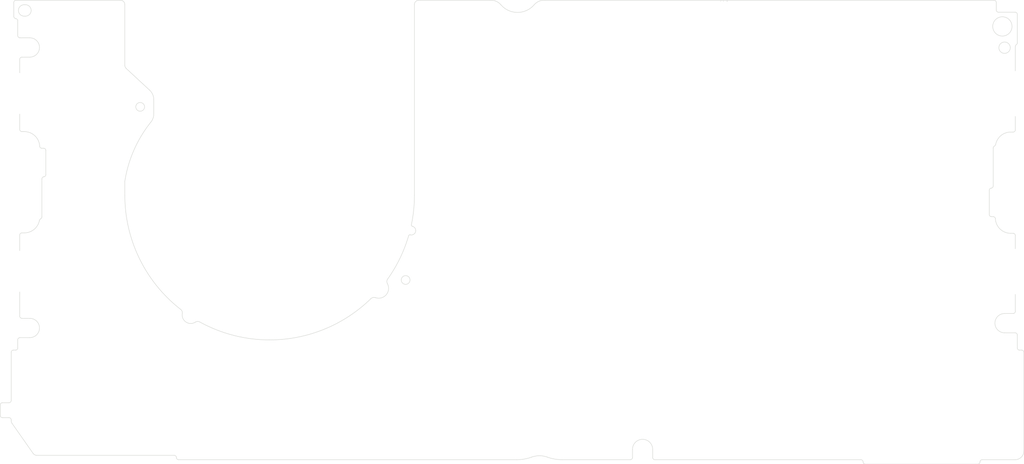
<source format=kicad_pcb>
(kicad_pcb (version 20211014) (generator pcbnew)

  (general
    (thickness 1.6)
  )

  (paper "A4")
  (layers
    (0 "F.Cu" signal)
    (31 "B.Cu" signal)
    (32 "B.Adhes" user "B.Adhesive")
    (33 "F.Adhes" user "F.Adhesive")
    (34 "B.Paste" user)
    (35 "F.Paste" user)
    (36 "B.SilkS" user "B.Silkscreen")
    (37 "F.SilkS" user "F.Silkscreen")
    (38 "B.Mask" user)
    (39 "F.Mask" user)
    (40 "Dwgs.User" user "User.Drawings")
    (41 "Cmts.User" user "User.Comments")
    (42 "Eco1.User" user "User.Eco1")
    (43 "Eco2.User" user "User.Eco2")
    (44 "Edge.Cuts" user)
    (45 "Margin" user)
    (46 "B.CrtYd" user "B.Courtyard")
    (47 "F.CrtYd" user "F.Courtyard")
    (48 "B.Fab" user)
    (49 "F.Fab" user)
    (50 "User.1" user)
    (51 "User.2" user)
    (52 "User.3" user)
    (53 "User.4" user)
    (54 "User.5" user)
    (55 "User.6" user)
    (56 "User.7" user)
    (57 "User.8" user)
    (58 "User.9" user)
  )

  (setup
    (pad_to_mask_clearance 0)
    (pcbplotparams
      (layerselection 0x00010fc_ffffffff)
      (disableapertmacros false)
      (usegerberextensions false)
      (usegerberattributes true)
      (usegerberadvancedattributes true)
      (creategerberjobfile true)
      (svguseinch false)
      (svgprecision 6)
      (excludeedgelayer true)
      (plotframeref false)
      (viasonmask false)
      (mode 1)
      (useauxorigin false)
      (hpglpennumber 1)
      (hpglpenspeed 20)
      (hpglpendiameter 15.000000)
      (dxfpolygonmode true)
      (dxfimperialunits true)
      (dxfusepcbnewfont true)
      (psnegative false)
      (psa4output false)
      (plotreference true)
      (plotvalue true)
      (plotinvisibletext false)
      (sketchpadsonfab false)
      (subtractmaskfromsilk false)
      (outputformat 1)
      (mirror false)
      (drillshape 1)
      (scaleselection 1)
      (outputdirectory "")
    )
  )

  (net 0 "")

  (gr_arc (start 126.293685 94.792357) (mid 124.317929 99.932972) (end 121.514792 104.673433) (layer "Edge.Cuts") (width 0.1) (tstamp 0014596c-568f-431b-a5f5-cd9e5d218af3))
  (gr_arc (start 265.51 120.895) (mid 265.156448 120.748549) (end 265.01 120.395) (layer "Edge.Cuts") (width 0.1) (tstamp 010517b5-0e82-4fcd-ac78-f6838cf4e41a))
  (gr_arc (start 42.704997 74.845) (mid 42.360399 74.707279) (end 42.205623 74.37) (layer "Edge.Cuts") (width 0.1) (tstamp 01c15758-5df8-4406-9040-2922e7028a56))
  (gr_arc (start 260.71 43.795) (mid 260.356448 43.648549) (end 260.21 43.295) (layer "Edge.Cuts") (width 0.1) (tstamp 03b37b4a-0470-46d4-acd2-809502ef2eb3))
  (gr_line (start 264.56 57.17) (end 264.56 51.632671) (layer "Edge.Cuts") (width 0.1) (tstamp 0a0fed97-f132-4b1b-b167-742e65a7d0e8))
  (gr_arc (start 42.147323 91.304403) (mid 40.939575 93.342932) (end 38.71 94.145) (layer "Edge.Cuts") (width 0.1) (tstamp 0a7aa5e6-66d7-4ee4-b0b0-c18f3d0be3f0))
  (gr_line (start 38.66 42.095) (end 38.96 42.095) (layer "Edge.Cuts") (width 0.1) (tstamp 0aa56ce1-e9c3-4676-8266-3247fa9e38a0))
  (gr_arc (start 36.76 45.262494) (mid 36.43919 45.100407) (end 36.31 44.765) (layer "Edge.Cuts") (width 0.1) (tstamp 0c11992b-5d74-4895-bc09-0f2cf42d052e))
  (gr_arc (start 266.01 120.895) (mid 266.363555 121.041442) (end 266.51 121.395) (layer "Edge.Cuts") (width 0.1) (tstamp 0d74d0d3-b80e-4a94-875e-511448228145))
  (gr_arc (start 37.66 94.645) (mid 37.806435 94.291421) (end 38.16 94.145) (layer "Edge.Cuts") (width 0.1) (tstamp 0e522529-9055-454b-bf41-3447770ae5d1))
  (gr_line (start 259.11 90.445) (end 259.515004 90.445) (layer "Edge.Cuts") (width 0.1) (tstamp 1046eaab-9e7a-42ad-8ee2-1e8c6db88367))
  (gr_arc (start 264.51 116.945) (mid 264.863555 117.091442) (end 265.01 117.445) (layer "Edge.Cuts") (width 0.1) (tstamp 104df501-d50a-4fd2-9f15-b910776bdd57))
  (gr_line (start 197.381868 41.286213) (end 197.481868 41.286213) (layer "Edge.Cuts") (width 0.1) (tstamp 10a9df7e-54f0-4126-8217-fb3e997e2b66))
  (gr_arc (start 259.51 74.795) (mid 259.58744 74.527677) (end 259.795816 74.343198) (layer "Edge.Cuts") (width 0.1) (tstamp 11ede64b-965a-44f5-bb77-7f33e3ab94ac))
  (gr_line (start 42.71 81.839987) (end 42.71 90.495) (layer "Edge.Cuts") (width 0.1) (tstamp 1248fb0f-9a82-4db3-93b4-7107cd306549))
  (gr_arc (start 61.930047 56.641782) (mid 61.693517 56.308552) (end 61.61 55.908526) (layer "Edge.Cuts") (width 0.1) (tstamp 167fd9b4-d69b-47f9-a345-b1f897da31f8))
  (gr_arc (start 68.21 66.990243) (mid 68.041054 67.982806) (end 67.553218 68.863564) (layer "Edge.Cuts") (width 0.1) (tstamp 177da290-28ef-43d9-9841-6e2c11348711))
  (gr_arc (start 36.76 45.262494) (mid 37.080814 45.424573) (end 37.21 45.759987) (layer "Edge.Cuts") (width 0.1) (tstamp 1a635bfc-ae77-44f5-a953-7215c3f9f1e3))
  (gr_arc (start 117.692013 109.149331) (mid 118.175249 108.887628) (end 118.723778 108.920837) (layer "Edge.Cuts") (width 0.1) (tstamp 1b244e98-4a2d-45e8-a60e-48d4698f055f))
  (gr_line (start 262.11 116.945) (end 264.51 116.945) (layer "Edge.Cuts") (width 0.1) (tstamp 1cd159e7-d111-4314-907e-c5573d438778))
  (gr_arc (start 161.280107 145.895) (mid 159.565121 145.746842) (end 157.900952 145.306764) (layer "Edge.Cuts") (width 0.1) (tstamp 1eea3f1a-c718-4bbd-b06b-4e28f82d5239))
  (gr_arc (start 72.86 144.895) (mid 73.213555 145.041442) (end 73.36 145.395) (layer "Edge.Cuts") (width 0.1) (tstamp 1f512e97-e22b-450b-94db-635cdfa641cd))
  (gr_line (start 266.51 121.395) (end 266.51 143.895) (layer "Edge.Cuts") (width 0.1) (tstamp 2071ffa0-bf2c-4563-932a-ae1c47c75400))
  (gr_arc (start 39.96 113.645) (mid 42.159989 115.844971) (end 39.96 118.045) (layer "Edge.Cuts") (width 0.1) (tstamp 2128def3-e220-46e5-aec1-87888e71e04c))
  (gr_line (start 264.06 94.245) (end 263.51 94.245) (layer "Edge.Cuts") (width 0.1) (tstamp 226b3768-11a2-4472-b56c-42cec79b98fb))
  (gr_line (start 264.56 70.645) (end 264.56 67.57) (layer "Edge.Cuts") (width 0.1) (tstamp 230b7498-3c4a-4491-88d0-f16badf832e0))
  (gr_line (start 61.61 55.908526) (end 61.61 42.065) (layer "Edge.Cuts") (width 0.1) (tstamp 24636bee-ec18-4b30-aa55-9c3a934a7402))
  (gr_arc (start 36.31 41.565) (mid 36.456435 41.211421) (end 36.81 41.065) (layer "Edge.Cuts") (width 0.1) (tstamp 26f1a9f1-7330-4e85-8e61-a301f1876bcf))
  (gr_arc (start 262.11 116.945) (mid 259.909989 114.744971) (end 262.11 112.545) (layer "Edge.Cuts") (width 0.1) (tstamp 29e837d9-ce41-4c74-a6c5-4ebd1c259032))
  (gr_line (start 36.31 44.765) (end 36.31 41.565) (layer "Edge.Cuts") (width 0.1) (tstamp 2a7b7013-e6ba-4a14-a517-cc7793016d1b))
  (gr_line (start 264.56 112.045) (end 264.56 108.17) (layer "Edge.Cuts") (width 0.1) (tstamp 2c3167f3-7e7f-4faf-8375-18448937c530))
  (gr_line (start 38.16 113.645) (end 39.96 113.645) (layer "Edge.Cuts") (width 0.1) (tstamp 2e5fc8f4-a536-4d16-8cf5-ec57a183f217))
  (gr_arc (start 35.71 121.395) (mid 35.856435 121.041421) (end 36.21 120.895) (layer "Edge.Cuts") (width 0.1) (tstamp 2f65aab4-95f2-4289-b979-d510ca34b6f1))
  (gr_arc (start 77.678956 114.511255) (mid 75.553733 114.498291) (end 74.702571 112.550925) (layer "Edge.Cuts") (width 0.1) (tstamp 2f6ee5a9-4874-49b5-a364-292c54b0e875))
  (gr_arc (start 264.56 70.645) (mid 264.413542 70.998528) (end 264.06 71.145) (layer "Edge.Cuts") (width 0.1) (tstamp 30017688-944c-42f5-9ba7-9133ba00649e))
  (gr_line (start 35.71 121.395) (end 35.71 121.345) (layer "Edge.Cuts") (width 0.1) (tstamp 307afcc0-4d52-4df8-a6b4-5a7b8c451244))
  (gr_line (start 197.948535 41.286213) (end 198.048535 41.286213) (layer "Edge.Cuts") (width 0.1) (tstamp 31c40662-743b-40ec-ad01-c777e691e893))
  (gr_arc (start 230.36 146.895) (mid 230.006448 146.748549) (end 229.86 146.395) (layer "Edge.Cuts") (width 0.1) (tstamp 323feacf-45b1-45a1-a22d-5778affac80c))
  (gr_line (start 37.71 49.645) (end 39.96 49.645) (layer "Edge.Cuts") (width 0.1) (tstamp 336a50d5-4566-4bb3-82ac-e671d9943222))
  (gr_line (start 37.66 94.645) (end 37.66 97.72) (layer "Edge.Cuts") (width 0.1) (tstamp 337e57a2-69aa-4892-8788-37bc703cacbd))
  (gr_arc (start 154.898944 42.1075) (mid 155.921808 41.338041) (end 157.17231 41.065) (layer "Edge.Cuts") (width 0.1) (tstamp 3436b1ee-5d15-4566-8c6d-c3f3a91571a0))
  (gr_arc (start 126.293685 94.792357) (mid 126.430484 94.617171) (end 126.650302 94.584187) (layer "Edge.Cuts") (width 0.1) (tstamp 35e8e5ff-8750-4275-b4bd-7f5e196df1b6))
  (gr_line (start 265.51 120.895) (end 266.01 120.895) (layer "Edge.Cuts") (width 0.1) (tstamp 36924bb5-3a77-48d7-8668-51be55f09ca2))
  (gr_arc (start 35.71 132.395) (mid 35.563542 132.748528) (end 35.21 132.895) (layer "Edge.Cuts") (width 0.1) (tstamp 36d7e560-a4e7-464f-9891-0ec18aaa346e))
  (gr_line (start 128.61 41.065) (end 145.047691 41.065) (layer "Edge.Cuts") (width 0.1) (tstamp 37304b94-2001-4a0e-bbf9-753a4355108a))
  (gr_line (start 35.71 137.010813) (end 35.71 136.795) (layer "Edge.Cuts") (width 0.1) (tstamp 37515d6f-5f04-4a04-9f28-2cf0ade3d8a1))
  (gr_arc (start 264.51 43.795) (mid 264.863555 43.941442) (end 265.01 44.295) (layer "Edge.Cuts") (width 0.1) (tstamp 392aca6d-682a-4026-9e5d-a43dc12542eb))
  (gr_arc (start 37.21 120.395) (mid 37.063542 120.748528) (end 36.71 120.895) (layer "Edge.Cuts") (width 0.1) (tstamp 397cce1d-116c-4d7e-8a76-8efd6815f432))
  (gr_arc (start 258.61 84.445) (mid 258.739178 84.109567) (end 259.06 83.947506) (layer "Edge.Cuts") (width 0.1) (tstamp 3a5320fa-9a1c-4eb9-9e44-9c3b833482af))
  (gr_line (start 40.711208 144.468576) (end 35.890848 137.584389) (layer "Edge.Cuts") (width 0.1) (tstamp 3f5da0ce-fc15-4594-a966-f8dcd7685fdb))
  (gr_arc (start 154.898944 42.1075) (mid 151.110001 43.845) (end 147.321057 42.1075) (layer "Edge.Cuts") (width 0.1) (tstamp 44ca99dd-47b4-413b-9f83-cc56e47410f6))
  (gr_line (start 127.61 85.565) (end 127.61 42.065) (layer "Edge.Cuts") (width 0.1) (tstamp 4827a0f5-de65-419f-9a74-c0ebd0270800))
  (gr_arc (start 67.249861 61.574886) (mid 67.959518 62.574562) (end 68.21 63.774652) (layer "Edge.Cuts") (width 0.1) (tstamp 48662c95-c076-4aeb-acb8-45a9d47c42e7))
  (gr_arc (start 154.319048 145.306764) (mid 156.11 144.995) (end 157.900952 145.306764) (layer "Edge.Cuts") (width 0.1) (tstamp 4d49470c-c5d3-43e9-9d1a-19bc6b4e7ac2))
  (gr_arc (start 77.678956 114.511255) (mid 78.185183 114.353635) (end 78.700862 114.476923) (layer "Edge.Cuts") (width 0.1) (tstamp 4d871b17-8f6e-4161-8add-387aa1118e1c))
  (gr_arc (start 74.330558 111.598521) (mid 74.64747 112.023584) (end 74.702571 112.550925) (layer "Edge.Cuts") (width 0.1) (tstamp 4de38fa1-4c38-4572-a483-ded883650c90))
  (gr_arc (start 266.51 143.895) (mid 265.924202 145.309188) (end 264.51 145.895) (layer "Edge.Cuts") (width 0.1) (tstamp 4e21123b-b372-4ced-8c33-de4f2897c0f8))
  (gr_arc (start 259.11 90.445) (mid 258.756448 90.298549) (end 258.61 89.945) (layer "Edge.Cuts") (width 0.1) (tstamp 4f826608-9a45-451c-b4f2-b79355d11bd9))
  (gr_line (start 61.930047 56.641782) (end 67.249861 61.574886) (layer "Edge.Cuts") (width 0.1) (tstamp 4fa82f25-2771-4b9c-a777-0a1c36301a58))
  (gr_arc (start 38.16 71.045) (mid 37.806448 70.898549) (end 37.66 70.545) (layer "Edge.Cuts") (width 0.1) (tstamp 5075a955-7c34-463c-b0a8-4d9462f946fe))
  (gr_arc (start 61.61 82.380411) (mid 63.697446 75.233229) (end 67.553218 68.863564) (layer "Edge.Cuts") (width 0.1) (tstamp 5221e179-c699-4002-a0ce-b983d010da8c))
  (gr_line (start 38.16 71.045) (end 38.71 71.045) (layer "Edge.Cuts") (width 0.1) (tstamp 542d4625-9858-4633-ae7f-56f71e7d2d00))
  (gr_arc (start 74.330558 111.598521) (mid 64.9602 100.052553) (end 61.61 85.565) (layer "Edge.Cuts") (width 0.1) (tstamp 55d0a380-d2c3-4e06-a6d6-c84da41414e9))
  (gr_arc (start 265.01 50.797506) (mid 264.950156 51.034664) (end 264.785 51.215088) (layer "Edge.Cuts") (width 0.1) (tstamp 55e54c64-4e69-4cc6-a489-0771de7b3ff3))
  (gr_line (start 198.981868 41.303234) (end 198.881868 41.286213) (layer "Edge.Cuts") (width 0.1) (tstamp 5768a278-7d1f-46f4-af7e-17accaebd60b))
  (gr_line (start 260.21 43.295) (end 260.21 41.565) (layer "Edge.Cuts") (width 0.1) (tstamp 59066c17-4752-4a11-b02a-364b02410b3b))
  (gr_arc (start 37.71 49.645) (mid 37.356448 49.498549) (end 37.21 49.145) (layer "Edge.Cuts") (width 0.1) (tstamp 5b50f353-b630-47e5-8172-f79e55cf2732))
  (gr_arc (start 33.71 136.295) (mid 33.356448 136.148549) (end 33.21 135.795) (layer "Edge.Cuts") (width 0.1) (tstamp 5bdc6705-ff0d-4435-8834-3067aaa3ec96))
  (gr_line (start 229.36 145.895) (end 182.41 145.895) (layer "Edge.Cuts") (width 0.1) (tstamp 5c995ec6-5095-4b3d-9f6a-907dd35b89ab))
  (gr_line (start 68.21 63.774652) (end 68.21 66.990243) (layer "Edge.Cuts") (width 0.1) (tstamp 5f29e55e-d2d0-413c-83d1-c5c3d2b7308d))
  (gr_line (start 43.61 75.345) (end 43.61 80.845) (layer "Edge.Cuts") (width 0.1) (tstamp 60b25382-6311-4e9d-8dc8-d56514e1240e))
  (gr_arc (start 264.06 94.245) (mid 264.413555 94.391442) (end 264.56 94.745) (layer "Edge.Cuts") (width 0.1) (tstamp 6ca510cf-4a24-441d-bd1b-ecb08ee53fbe))
  (gr_line (start 35.21 136.295) (end 33.71 136.295) (layer "Edge.Cuts") (width 0.1) (tstamp 7316c56e-34d1-4d10-ae42-43bd46f4b7dc))
  (gr_arc (start 42.147323 91.304403) (mid 42.243009 91.092509) (end 42.424185 90.946802) (layer "Edge.Cuts") (width 0.1) (tstamp 750f5288-e0c1-44b8-a6c7-3f0b45ac2807))
  (gr_arc (start 38.66 44.695) (mid 37.359989 43.394971) (end 38.66 42.095) (layer "Edge.Cuts") (width 0.1) (tstamp 77dc0cff-5fc1-46ba-9b31-d913b3712046))
  (gr_line (start 262.11 112.545) (end 264.06 112.545) (layer "Edge.Cuts") (width 0.1) (tstamp 7dc1691c-b777-465a-9206-010d577ae9c5))
  (gr_arc (start 154.319048 145.306764) (mid 152.654879 145.746838) (end 150.939894 145.895) (layer "Edge.Cuts") (width 0.1) (tstamp 7f3fdf1f-9fe8-468e-93cd-47ad344de573))
  (gr_line (start 264.51 145.895) (end 257.01 145.895) (layer "Edge.Cuts") (width 0.1) (tstamp 80751ce2-0ac9-4c5a-a67d-96e0a0729955))
  (gr_arc (start 35.21 136.295) (mid 35.563555 136.441442) (end 35.71 136.795) (layer "Edge.Cuts") (width 0.1) (tstamp 808b8b31-f220-4303-bdad-a1a346772237))
  (gr_line (start 33.71 132.895) (end 35.21 132.895) (layer "Edge.Cuts") (width 0.1) (tstamp 86bb907f-f328-458e-9095-13af438ac680))
  (gr_line (start 35.71 132.395) (end 35.71 121.395) (layer "Edge.Cuts") (width 0.1) (tstamp 8746234d-7d93-45b7-95f4-8bf8c5a285ef))
  (gr_line (start 38.71 94.145) (end 38.16 94.145) (layer "Edge.Cuts") (width 0.1) (tstamp 887c7fc5-1dc0-4f47-bd46-f86c58c30f18))
  (gr_line (start 37.659754 97.719851) (end 37.659754 98.219653) (layer "Edge.Cuts") (width 0.1) (tstamp 8976506d-bfeb-472a-bc52-47e8586df076))
  (gr_line (start 264.56 97.77) (end 264.56 94.745) (layer "Edge.Cuts") (width 0.1) (tstamp 899305ae-75ef-46ef-bc60-6d954d46c3e6))
  (gr_line (start 41.53036 144.895) (end 72.86 144.895) (layer "Edge.Cuts") (width 0.1) (tstamp 8ad86c95-8198-48d5-98cd-0b884c474626))
  (gr_line (start 37.66 108.12) (end 37.66 113.145) (layer "Edge.Cuts") (width 0.1) (tstamp 8c7e0edf-5b7e-4fab-a4ff-dfb861ac2d9b))
  (gr_arc (start 229.36 145.895) (mid 229.713555 146.041442) (end 229.86 146.395) (layer "Edge.Cuts") (width 0.1) (tstamp 8e5f156b-551a-485f-9644-af61d43c403b))
  (gr_arc (start 260.072678 73.985596) (mid 261.280408 71.947024) (end 263.51 71.145) (layer "Edge.Cuts") (width 0.1) (tstamp 8f6a4306-0abb-49bf-8c1e-00a159391fd0))
  (gr_line (start 36.81 41.065) (end 60.61 41.065) (layer "Edge.Cuts") (width 0.1) (tstamp 8fbccbe6-61d6-47d5-b618-332af952e239))
  (gr_arc (start 37.21 118.545) (mid 37.356435 118.191421) (end 37.71 118.045) (layer "Edge.Cuts") (width 0.1) (tstamp 9181a0d0-ac86-439d-8341-e0e550381de7))
  (gr_line (start 256.01 146.895) (end 230.36 146.895) (layer "Edge.Cuts") (width 0.1) (tstamp 92b94c4a-9959-478f-9d73-f89507595eca))
  (gr_line (start 177.31 143.545) (end 177.31 145.395) (layer "Edge.Cuts") (width 0.1) (tstamp 96c177fa-a093-4232-b238-e249e0fb464f))
  (gr_arc (start 60.61 41.065) (mid 61.317108 41.357889) (end 61.61 42.065) (layer "Edge.Cuts") (width 0.1) (tstamp 9b4c7315-7c54-4f44-af22-6e85b7db8763))
  (gr_line (start 43.11 74.845) (end 42.704997 74.845) (layer "Edge.Cuts") (width 0.1) (tstamp 9b71174d-3697-4138-b472-0bedf206f78b))
  (gr_line (start 33.21 135.795) (end 33.21 133.395) (layer "Edge.Cuts") (width 0.1) (tstamp 9f9291b3-28ee-4432-add4-8fd42a01491d))
  (gr_arc (start 264.56 112.045) (mid 264.413542 112.398528) (end 264.06 112.545) (layer "Edge.Cuts") (width 0.1) (tstamp a50faa1e-17f9-4f30-89e0-37405c82f0d0))
  (gr_line (start 37.21 120.395) (end 37.21 118.545) (layer "Edge.Cuts") (width 0.1) (tstamp a70a4081-8e7c-4ed6-be1f-aa7e4335af37))
  (gr_arc (start 41.53036 144.895) (mid 41.068596 144.782028) (end 40.711208 144.468576) (layer "Edge.Cuts") (width 0.1) (tstamp a9f0031b-0c5a-4e1d-b20e-2ebe721cd886))
  (gr_arc (start 73.86 145.895) (mid 73.506448 145.748549) (end 73.36 145.395) (layer "Edge.Cuts") (width 0.1) (tstamp ab590936-f1da-4320-b27f-67800c803d29))
  (gr_line (start 157.17231 41.065) (end 259.71 41.065) (layer "Edge.Cuts") (width 0.1) (tstamp ac1d1ecc-f99b-41ba-bc0d-0b71b7b031b6))
  (gr_arc (start 127.134158 92.643675) (mid 127.876455 93.859304) (end 126.650364 94.584068) (layer "Edge.Cuts") (width 0.1) (tstamp ac3aabd9-9812-4a13-ab79-d89327a5f9bb))
  (gr_line (start 37.660561 67.028301) (end 37.66 70.545) (layer "Edge.Cuts") (width 0.1) (tstamp acaa2d86-389f-4c91-89f2-1a782db2f71f))
  (gr_arc (start 127.13416 92.643541) (mid 126.955545 92.511232) (end 126.917015 92.292316) (layer "Edge.Cuts") (width 0.1) (tstamp aeffd028-4ad1-4dca-8876-e98366bc6aae))
  (gr_circle (center 125.61 104.895) (end 126.61 104.895) (layer "Edge.Cuts") (width 0.1) (fill none) (tstamp afaa5f6a-fc39-4def-a459-f3e30d994b35))
  (gr_arc (start 33.21 133.395) (mid 33.356435 133.041421) (end 33.71 132.895) (layer "Edge.Cuts") (width 0.1) (tstamp b0bc44af-7659-4e9d-b7a0-12140df5d5f7))
  (gr_line (start 39.96 118.045) (end 37.71 118.045) (layer "Edge.Cuts") (width 0.1) (tstamp b256ee64-f8f9-40db-bddb-e55cdcea3441))
  (gr_arc (start 259.515004 90.445) (mid 259.859604 90.582712) (end 260.014378 90.92) (layer "Edge.Cuts") (width 0.1) (tstamp b2c70d1a-3c23-4c36-afdc-13c6587ae756))
  (gr_arc (start 42.71 81.839987) (mid 42.839183 81.504562) (end 43.16 81.342494) (layer "Edge.Cuts") (width 0.1) (tstamp b432fe27-a878-417d-81c6-414a8601116c))
  (gr_line (start 181.91 143.545) (end 181.91 145.395) (layer "Edge.Cuts") (width 0.1) (tstamp b784bef2-053d-40c0-b506-54ca2d6e3f50))
  (gr_circle (center 65.11 65.395) (end 66.11 65.395) (layer "Edge.Cuts") (width 0.1) (fill none) (tstamp b9473218-e2c4-4fd3-86dd-cf2602f67727))
  (gr_line (start 37.21 49.145) (end 37.21 45.750053) (layer "Edge.Cuts") (width 0.1) (tstamp b9d6d7b2-e4b5-455c-9bcb-3bae85cb033f))
  (gr_arc (start 42.71 90.495) (mid 42.632535 90.762294) (end 42.424185 90.946802) (layer "Edge.Cuts") (width 0.1) (tstamp bd240021-e7ac-4194-aee3-0a67e1906182))
  (gr_arc (start 121.450515 105.728238) (mid 121.331941 105.19165) (end 121.514792 104.673433) (layer "Edge.Cuts") (width 0.1) (tstamp bdd53dcf-0894-4c3d-b8b1-c00398d0b941))
  (gr_arc (start 37.66 54.545) (mid 37.806435 54.191421) (end 38.16 54.045) (layer "Edge.Cuts") (width 0.1) (tstamp bde0eb35-80d4-4f77-950b-1842e435cb96))
  (gr_line (start 263.51 71.145) (end 264.06 71.145) (layer "Edge.Cuts") (width 0.1) (tstamp be509592-3382-49f1-841b-6bcf17f0633a))
  (gr_arc (start 177.31 143.545) (mid 179.61 141.245) (end 181.91 143.545) (layer "Edge.Cuts") (width 0.1) (tstamp bec660c8-6fe3-4322-a39c-cd36505c7539))
  (gr_arc (start 263.51 94.245) (mid 261.097793 93.280986) (end 260.014378 90.92) (layer "Edge.Cuts") (width 0.1) (tstamp c0ead0d7-30aa-4512-aaf8-d9ae4192925e))
  (gr_arc (start 127.61 85.565) (mid 127.436293 88.946457) (end 126.917015 92.292316) (layer "Edge.Cuts") (width 0.1) (tstamp c1e466bb-f604-478a-bb57-15264830da5c))
  (gr_arc (start 38.96 42.095) (mid 40.259989 43.394971) (end 38.96 44.695) (layer "Edge.Cuts") (width 0.1) (tstamp c62e8f71-8da5-4df7-906e-04c40da76f9a))
  (gr_arc (start 35.890848 137.584389) (mid 35.756274 137.31152) (end 35.71 137.010813) (layer "Edge.Cuts") (width 0.1) (tstamp ca3847e0-8b4b-4887-a227-5d76a6d9d88d))
  (gr_circle (center 261.61 47.045) (end 263.81 47.045) (layer "Edge.Cuts") (width 0.1) (fill none) (tstamp cb2a6df8-68f6-4db2-bbde-a8340f58ce0c))
  (gr_arc (start 43.61 80.845) (mid 43.480798 81.180388) (end 43.16 81.342494) (layer "Edge.Cuts") (width 0.1) (tstamp cbc1d2af-8042-4cfe-b7a3-ac5adccdb24d))
  (gr_arc (start 145.047691 41.065) (mid 146.298195 41.338044) (end 147.321057 42.1075) (layer "Edge.Cuts") (width 0.1) (tstamp cd2a97c1-fc1d-462b-8fcd-611d1875cf88))
  (gr_arc (start 259.51 83.450012) (mid 259.380793 83.785392) (end 259.06 83.947506) (layer "Edge.Cuts") (width 0.1) (tstamp ce136876-cb65-4064-ab59-0f968d29b7cc))
  (gr_line (start 61.61 85.565) (end 61.61 82.380411) (layer "Edge.Cuts") (width 0.1) (tstamp d200f3a2-be81-4687-b6ae-e8ccfc226202))
  (gr_arc (start 256.51 146.395) (mid 256.656435 146.041421) (end 257.01 145.895) (layer "Edge.Cuts") (width 0.1) (tstamp d2815ec1-2c96-42f0-be60-c1d8594c84b7))
  (gr_line (start 265.01 117.445) (end 265.01 120.395) (layer "Edge.Cuts") (width 0.1) (tstamp d5c0ddd9-4475-4c9b-87aa-f2179023bcea))
  (gr_line (start 37.660145 108.120037) (end 37.660145 107.620291) (layer "Edge.Cuts") (width 0.1) (tstamp d601eab3-5586-4e34-b64a-f418885c051d))
  (gr_line (start 260.71 43.795) (end 264.51 43.795) (layer "Edge.Cuts") (width 0.1) (tstamp d6ab7f7e-8a2d-4994-8c1b-18b911fd7b00))
  (gr_line (start 39.96 54.045) (end 38.16 54.045) (layer "Edge.Cuts") (width 0.1) (tstamp d747e680-dbf2-4886-b79f-caeafa45f11d))
  (gr_arc (start 117.692013 109.149331) (mid 99.077476 118.261204) (end 78.700862 114.476923) (layer "Edge.Cuts") (width 0.1) (tstamp d7894d5b-883f-4598-bf7a-b79d92c2a254))
  (gr_line (start 198.881868 41.286213) (end 198.781868 41.303234) (layer "Edge.Cuts") (width 0.1) (tstamp d7a5e9d8-e4c3-4a50-8087-84d720847ef9))
  (gr_line (start 36.21 120.895) (end 36.71 120.895) (layer "Edge.Cuts") (width 0.1) (tstamp d97ed6ae-c41a-4a54-9f0f-281ae30550a2))
  (gr_line (start 258.61 89.945) (end 258.61 84.445) (layer "Edge.Cuts") (width 0.1) (tstamp da7e0710-bd67-4f8d-9fd1-08f645fd9d19))
  (gr_arc (start 177.31 145.395) (mid 177.163542 145.748528) (end 176.81 145.895) (layer "Edge.Cuts") (width 0.1) (tstamp e251463d-e385-49fb-a60e-7794f1b7f33c))
  (gr_line (start 150.939894 145.895) (end 73.86 145.895) (layer "Edge.Cuts") (width 0.1) (tstamp e3f71cf1-7451-4367-8e4a-0d0e4c72be4c))
  (gr_arc (start 260.072678 73.985596) (mid 259.976983 74.197483) (end 259.795816 74.343198) (layer "Edge.Cuts") (width 0.1) (tstamp e702dc16-7c0b-4c21-935c-cb9db036de5c))
  (gr_line (start 259.51 83.450012) (end 259.51 74.795) (layer "Edge.Cuts") (width 0.1) (tstamp e796c10d-fa50-4668-b993-2f55c0020605))
  (gr_circle (center 262.11 51.895) (end 263.41 51.895) (layer "Edge.Cuts") (width 0.1) (fill none) (tstamp e85b411d-8aac-4faf-a898-d4e3720b3a78))
  (gr_arc (start 43.11 74.845) (mid 43.463555 74.991442) (end 43.61 75.345) (layer "Edge.Cuts") (width 0.1) (tstamp e9c4a68c-d0c5-4ec2-ac95-dac8e75f17c5))
  (gr_arc (start 38.71 71.045) (mid 41.12221 72.009005) (end 42.205623 74.37) (layer "Edge.Cuts") (width 0.1) (tstamp eabebad6-d9d8-440d-a036-e9a24938089d))
  (gr_arc (start 127.61 42.065) (mid 127.902882 41.357868) (end 128.61 41.065) (layer "Edge.Cuts") (width 0.1) (tstamp ec1b395f-de6c-40f4-83e7-4bb23e731711))
  (gr_line (start 38.96 44.695) (end 38.66 44.695) (layer "Edge.Cuts") (width 0.1) (tstamp ecb6a0ca-5bb9-492e-9cda-4543163765b7))
  (gr_arc (start 121.450515 105.728238) (mid 121.182378 108.259908) (end 118.723778 108.920837) (layer "Edge.Cuts") (width 0.1) (tstamp f0a95828-2e7d-4fe6-8912-934127b1a11f))
  (gr_arc (start 259.71 41.065) (mid 260.063555 41.211442) (end 260.21 41.565) (layer "Edge.Cuts") (width 0.1) (tstamp f0ba775c-affe-477e-a38f-458d4ad4801c))
  (gr_line (start 37.66 54.545) (end 37.659502 57.626856) (layer "Edge.Cuts") (width 0.1) (tstamp f108ddcf-d102-4165-b052-504e3786b727))
  (gr_line (start 265.01 44.295) (end 265.01 50.807758) (layer "Edge.Cuts") (width 0.1) (tstamp f257e94c-34ac-4125-ae12-f8dd9bfca846))
  (gr_arc (start 38.16 113.645) (mid 37.806448 113.498549) (end 37.66 113.145) (layer "Edge.Cuts") (width 0.1) (tstamp f2eaba22-55b4-495b-b889-af7936afff5a))
  (gr_arc (start 39.96 49.645) (mid 42.159989 51.844971) (end 39.96 54.045) (layer "Edge.Cuts") (width 0.1) (tstamp f37de16f-cd80-43e6-9842-b29a6250e05a))
  (gr_line (start 176.81 145.895) (end 161.280107 145.895) (layer "Edge.Cuts") (width 0.1) (tstamp f56ebdf1-1f67-4a8f-b103-ebe14416cbe1))
  (gr_arc (start 182.41 145.895) (mid 182.056448 145.748549) (end 181.91 145.395) (layer "Edge.Cuts") (width 0.1) (tstamp f875e76f-4d1a-4efe-aa06-a7cfaa3b1023))
  (gr_arc (start 256.51 146.395) (mid 256.363542 146.748528) (end 256.01 146.895) (layer "Edge.Cuts") (width 0.1) (tstamp ff1d42b4-489e-4cc8-b557-57e2a1f28c83))
  (gr_arc (start 264.56 51.632671) (mid 264.619828 51.395498) (end 264.785 51.215088) (layer "Edge.Cuts") (width 0.1) (tstamp ffc3faad-b71e-45f6-b6ac-65dabc4a49b6))

  (group "" (id 0fd2d6ae-7de0-4e04-8b81-a26da1aef4a1)
    (members
      0014596c-568f-431b-a5f5-cd9e5d218af3
      010517b5-0e82-4fcd-ac78-f6838cf4e41a
      01c15758-5df8-4406-9040-2922e7028a56
      03b37b4a-0470-46d4-acd2-809502ef2eb3
      0a0fed97-f132-4b1b-b167-742e65a7d0e8
      0a7aa5e6-66d7-4ee4-b0b0-c18f3d0be3f0
      0aa56ce1-e9c3-4676-8266-3247fa9e38a0
      0c11992b-5d74-4895-bc09-0f2cf42d052e
      0d74d0d3-b80e-4a94-875e-511448228145
      0e522529-9055-454b-bf41-3447770ae5d1
      1046eaab-9e7a-42ad-8ee2-1e8c6db88367
      104df501-d50a-4fd2-9f15-b910776bdd57
      10a9df7e-54f0-4126-8217-fb3e997e2b66
      11ede64b-965a-44f5-bb77-7f33e3ab94ac
      1248fb0f-9a82-4db3-93b4-7107cd306549
      167fd9b4-d69b-47f9-a345-b1f897da31f8
      177da290-28ef-43d9-9841-6e2c11348711
      1a635bfc-ae77-44f5-a953-7215c3f9f1e3
      1b244e98-4a2d-45e8-a60e-48d4698f055f
      1cd159e7-d111-4314-907e-c5573d438778
      1eea3f1a-c718-4bbd-b06b-4e28f82d5239
      1f512e97-e22b-450b-94db-635cdfa641cd
      2071ffa0-bf2c-4563-932a-ae1c47c75400
      2128def3-e220-46e5-aec1-87888e71e04c
      226b3768-11a2-4472-b56c-42cec79b98fb
      230b7498-3c4a-4491-88d0-f16badf832e0
      24636bee-ec18-4b30-aa55-9c3a934a7402
      26f1a9f1-7330-4e85-8e61-a301f1876bcf
      29e837d9-ce41-4c74-a6c5-4ebd1c259032
      2a7b7013-e6ba-4a14-a517-cc7793016d1b
      2c3167f3-7e7f-4faf-8375-18448937c530
      2e5fc8f4-a536-4d16-8cf5-ec57a183f217
      2f65aab4-95f2-4289-b979-d510ca34b6f1
      2f6ee5a9-4874-49b5-a364-292c54b0e875
      30017688-944c-42f5-9ba7-9133ba00649e
      307afcc0-4d52-4df8-a6b4-5a7b8c451244
      31c40662-743b-40ec-ad01-c777e691e893
      323feacf-45b1-45a1-a22d-5778affac80c
      336a50d5-4566-4bb3-82ac-e671d9943222
      337e57a2-69aa-4892-8788-37bc703cacbd
      3436b1ee-5d15-4566-8c6d-c3f3a91571a0
      35e8e5ff-8750-4275-b4bd-7f5e196df1b6
      36924bb5-3a77-48d7-8668-51be55f09ca2
      36d7e560-a4e7-464f-9891-0ec18aaa346e
      37304b94-2001-4a0e-bbf9-753a4355108a
      37515d6f-5f04-4a04-9f28-2cf0ade3d8a1
      392aca6d-682a-4026-9e5d-a43dc12542eb
      397cce1d-116c-4d7e-8a76-8efd6815f432
      3a5320fa-9a1c-4eb9-9e44-9c3b833482af
      3f5da0ce-fc15-4594-a966-f8dcd7685fdb
      44ca99dd-47b4-413b-9f83-cc56e47410f6
      4827a0f5-de65-419f-9a74-c0ebd0270800
      48662c95-c076-4aeb-acb8-45a9d47c42e7
      4d49470c-c5d3-43e9-9d1a-19bc6b4e7ac2
      4d871b17-8f6e-4161-8add-387aa1118e1c
      4de38fa1-4c38-4572-a483-ded883650c90
      4e21123b-b372-4ced-8c33-de4f2897c0f8
      4f826608-9a45-451c-b4f2-b79355d11bd9
      4fa82f25-2771-4b9c-a777-0a1c36301a58
      5075a955-7c34-463c-b0a8-4d9462f946fe
      5221e179-c699-4002-a0ce-b983d010da8c
      542d4625-9858-4633-ae7f-56f71e7d2d00
      55d0a380-d2c3-4e06-a6d6-c84da41414e9
      55e54c64-4e69-4cc6-a489-0771de7b3ff3
      5768a278-7d1f-46f4-af7e-17accaebd60b
      59066c17-4752-4a11-b02a-364b02410b3b
      5b50f353-b630-47e5-8172-f79e55cf2732
      5bdc6705-ff0d-4435-8834-3067aaa3ec96
      5c995ec6-5095-4b3d-9f6a-907dd35b89ab
      5f29e55e-d2d0-413c-83d1-c5c3d2b7308d
      60b25382-6311-4e9d-8dc8-d56514e1240e
      6ca510cf-4a24-441d-bd1b-ecb08ee53fbe
      7316c56e-34d1-4d10-ae42-43bd46f4b7dc
      750f5288-e0c1-44b8-a6c7-3f0b45ac2807
      77dc0cff-5fc1-46ba-9b31-d913b3712046
      7dc1691c-b777-465a-9206-010d577ae9c5
      7f3fdf1f-9fe8-468e-93cd-47ad344de573
      80751ce2-0ac9-4c5a-a67d-96e0a0729955
      808b8b31-f220-4303-bdad-a1a346772237
      86bb907f-f328-458e-9095-13af438ac680
      8746234d-7d93-45b7-95f4-8bf8c5a285ef
      887c7fc5-1dc0-4f47-bd46-f86c58c30f18
      8976506d-bfeb-472a-bc52-47e8586df076
      899305ae-75ef-46ef-bc60-6d954d46c3e6
      8ad86c95-8198-48d5-98cd-0b884c474626
      8c7e0edf-5b7e-4fab-a4ff-dfb861ac2d9b
      8e5f156b-551a-485f-9644-af61d43c403b
      8f6a4306-0abb-49bf-8c1e-00a159391fd0
      8fbccbe6-61d6-47d5-b618-332af952e239
      9181a0d0-ac86-439d-8341-e0e550381de7
      92b94c4a-9959-478f-9d73-f89507595eca
      96c177fa-a093-4232-b238-e249e0fb464f
      9b4c7315-7c54-4f44-af22-6e85b7db8763
      9b71174d-3697-4138-b472-0bedf206f78b
      9f9291b3-28ee-4432-add4-8fd42a01491d
      a50faa1e-17f9-4f30-89e0-37405c82f0d0
      a70a4081-8e7c-4ed6-be1f-aa7e4335af37
      a9f0031b-0c5a-4e1d-b20e-2ebe721cd886
      ab590936-f1da-4320-b27f-67800c803d29
      ac1d1ecc-f99b-41ba-bc0d-0b71b7b031b6
      ac3aabd9-9812-4a13-ab79-d89327a5f9bb
      acaa2d86-389f-4c91-89f2-1a782db2f71f
      aeffd028-4ad1-4dca-8876-e98366bc6aae
      afaa5f6a-fc39-4def-a459-f3e30d994b35
      b0bc44af-7659-4e9d-b7a0-12140df5d5f7
      b256ee64-f8f9-40db-bddb-e55cdcea3441
      b2c70d1a-3c23-4c36-afdc-13c6587ae756
      b432fe27-a878-417d-81c6-414a8601116c
      b784bef2-053d-40c0-b506-54ca2d6e3f50
      b9473218-e2c4-4fd3-86dd-cf2602f67727
      b9d6d7b2-e4b5-455c-9bcb-3bae85cb033f
      bd240021-e7ac-4194-aee3-0a67e1906182
      bdd53dcf-0894-4c3d-b8b1-c00398d0b941
      bde0eb35-80d4-4f77-950b-1842e435cb96
      be509592-3382-49f1-841b-6bcf17f0633a
      bec660c8-6fe3-4322-a39c-cd36505c7539
      c0ead0d7-30aa-4512-aaf8-d9ae4192925e
      c1e466bb-f604-478a-bb57-15264830da5c
      c62e8f71-8da5-4df7-906e-04c40da76f9a
      ca3847e0-8b4b-4887-a227-5d76a6d9d88d
      cb2a6df8-68f6-4db2-bbde-a8340f58ce0c
      cbc1d2af-8042-4cfe-b7a3-ac5adccdb24d
      cd2a97c1-fc1d-462b-8fcd-611d1875cf88
      ce136876-cb65-4064-ab59-0f968d29b7cc
      d200f3a2-be81-4687-b6ae-e8ccfc226202
      d2815ec1-2c96-42f0-be60-c1d8594c84b7
      d5c0ddd9-4475-4c9b-87aa-f2179023bcea
      d601eab3-5586-4e34-b64a-f418885c051d
      d6ab7f7e-8a2d-4994-8c1b-18b911fd7b00
      d747e680-dbf2-4886-b79f-caeafa45f11d
      d7894d5b-883f-4598-bf7a-b79d92c2a254
      d7a5e9d8-e4c3-4a50-8087-84d720847ef9
      d97ed6ae-c41a-4a54-9f0f-281ae30550a2
      da7e0710-bd67-4f8d-9fd1-08f645fd9d19
      e251463d-e385-49fb-a60e-7794f1b7f33c
      e3f71cf1-7451-4367-8e4a-0d0e4c72be4c
      e702dc16-7c0b-4c21-935c-cb9db036de5c
      e796c10d-fa50-4668-b993-2f55c0020605
      e85b411d-8aac-4faf-a898-d4e3720b3a78
      e9c4a68c-d0c5-4ec2-ac95-dac8e75f17c5
      eabebad6-d9d8-440d-a036-e9a24938089d
      ec1b395f-de6c-40f4-83e7-4bb23e731711
      ecb6a0ca-5bb9-492e-9cda-4543163765b7
      f0a95828-2e7d-4fe6-8912-934127b1a11f
      f0ba775c-affe-477e-a38f-458d4ad4801c
      f108ddcf-d102-4165-b052-504e3786b727
      f257e94c-34ac-4125-ae12-f8dd9bfca846
      f2eaba22-55b4-495b-b889-af7936afff5a
      f37de16f-cd80-43e6-9842-b29a6250e05a
      f56ebdf1-1f67-4a8f-b103-ebe14416cbe1
      f875e76f-4d1a-4efe-aa06-a7cfaa3b1023
      ff1d42b4-489e-4cc8-b557-57e2a1f28c83
      ffc3faad-b71e-45f6-b6ac-65dabc4a49b6
    )
  )
)

</source>
